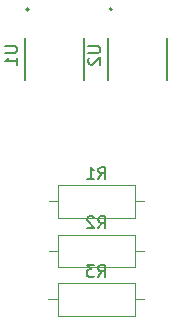
<source format=gbo>
%TF.GenerationSoftware,KiCad,Pcbnew,7.0.7*%
%TF.CreationDate,2023-11-29T15:56:53-06:00*%
%TF.ProjectId,MDCM,4d44434d-2e6b-4696-9361-645f70636258,rev?*%
%TF.SameCoordinates,Original*%
%TF.FileFunction,Legend,Bot*%
%TF.FilePolarity,Positive*%
%FSLAX46Y46*%
G04 Gerber Fmt 4.6, Leading zero omitted, Abs format (unit mm)*
G04 Created by KiCad (PCBNEW 7.0.7) date 2023-11-29 15:56:53*
%MOMM*%
%LPD*%
G01*
G04 APERTURE LIST*
%ADD10C,0.150000*%
%ADD11C,0.120000*%
%ADD12C,0.127000*%
%ADD13C,0.200000*%
G04 APERTURE END LIST*
D10*
X148006666Y-98224819D02*
X148339999Y-97748628D01*
X148578094Y-98224819D02*
X148578094Y-97224819D01*
X148578094Y-97224819D02*
X148197142Y-97224819D01*
X148197142Y-97224819D02*
X148101904Y-97272438D01*
X148101904Y-97272438D02*
X148054285Y-97320057D01*
X148054285Y-97320057D02*
X148006666Y-97415295D01*
X148006666Y-97415295D02*
X148006666Y-97558152D01*
X148006666Y-97558152D02*
X148054285Y-97653390D01*
X148054285Y-97653390D02*
X148101904Y-97701009D01*
X148101904Y-97701009D02*
X148197142Y-97748628D01*
X148197142Y-97748628D02*
X148578094Y-97748628D01*
X147673332Y-97224819D02*
X147054285Y-97224819D01*
X147054285Y-97224819D02*
X147387618Y-97605771D01*
X147387618Y-97605771D02*
X147244761Y-97605771D01*
X147244761Y-97605771D02*
X147149523Y-97653390D01*
X147149523Y-97653390D02*
X147101904Y-97701009D01*
X147101904Y-97701009D02*
X147054285Y-97796247D01*
X147054285Y-97796247D02*
X147054285Y-98034342D01*
X147054285Y-98034342D02*
X147101904Y-98129580D01*
X147101904Y-98129580D02*
X147149523Y-98177200D01*
X147149523Y-98177200D02*
X147244761Y-98224819D01*
X147244761Y-98224819D02*
X147530475Y-98224819D01*
X147530475Y-98224819D02*
X147625713Y-98177200D01*
X147625713Y-98177200D02*
X147673332Y-98129580D01*
X148026666Y-89934819D02*
X148359999Y-89458628D01*
X148598094Y-89934819D02*
X148598094Y-88934819D01*
X148598094Y-88934819D02*
X148217142Y-88934819D01*
X148217142Y-88934819D02*
X148121904Y-88982438D01*
X148121904Y-88982438D02*
X148074285Y-89030057D01*
X148074285Y-89030057D02*
X148026666Y-89125295D01*
X148026666Y-89125295D02*
X148026666Y-89268152D01*
X148026666Y-89268152D02*
X148074285Y-89363390D01*
X148074285Y-89363390D02*
X148121904Y-89411009D01*
X148121904Y-89411009D02*
X148217142Y-89458628D01*
X148217142Y-89458628D02*
X148598094Y-89458628D01*
X147074285Y-89934819D02*
X147645713Y-89934819D01*
X147359999Y-89934819D02*
X147359999Y-88934819D01*
X147359999Y-88934819D02*
X147455237Y-89077676D01*
X147455237Y-89077676D02*
X147550475Y-89172914D01*
X147550475Y-89172914D02*
X147645713Y-89220533D01*
X140119819Y-78693095D02*
X140929342Y-78693095D01*
X140929342Y-78693095D02*
X141024580Y-78740714D01*
X141024580Y-78740714D02*
X141072200Y-78788333D01*
X141072200Y-78788333D02*
X141119819Y-78883571D01*
X141119819Y-78883571D02*
X141119819Y-79074047D01*
X141119819Y-79074047D02*
X141072200Y-79169285D01*
X141072200Y-79169285D02*
X141024580Y-79216904D01*
X141024580Y-79216904D02*
X140929342Y-79264523D01*
X140929342Y-79264523D02*
X140119819Y-79264523D01*
X141119819Y-80264523D02*
X141119819Y-79693095D01*
X141119819Y-79978809D02*
X140119819Y-79978809D01*
X140119819Y-79978809D02*
X140262676Y-79883571D01*
X140262676Y-79883571D02*
X140357914Y-79788333D01*
X140357914Y-79788333D02*
X140405533Y-79693095D01*
X147169819Y-78693095D02*
X147979342Y-78693095D01*
X147979342Y-78693095D02*
X148074580Y-78740714D01*
X148074580Y-78740714D02*
X148122200Y-78788333D01*
X148122200Y-78788333D02*
X148169819Y-78883571D01*
X148169819Y-78883571D02*
X148169819Y-79074047D01*
X148169819Y-79074047D02*
X148122200Y-79169285D01*
X148122200Y-79169285D02*
X148074580Y-79216904D01*
X148074580Y-79216904D02*
X147979342Y-79264523D01*
X147979342Y-79264523D02*
X147169819Y-79264523D01*
X147265057Y-79693095D02*
X147217438Y-79740714D01*
X147217438Y-79740714D02*
X147169819Y-79835952D01*
X147169819Y-79835952D02*
X147169819Y-80074047D01*
X147169819Y-80074047D02*
X147217438Y-80169285D01*
X147217438Y-80169285D02*
X147265057Y-80216904D01*
X147265057Y-80216904D02*
X147360295Y-80264523D01*
X147360295Y-80264523D02*
X147455533Y-80264523D01*
X147455533Y-80264523D02*
X147598390Y-80216904D01*
X147598390Y-80216904D02*
X148169819Y-79645476D01*
X148169819Y-79645476D02*
X148169819Y-80264523D01*
X148016666Y-94114819D02*
X148349999Y-93638628D01*
X148588094Y-94114819D02*
X148588094Y-93114819D01*
X148588094Y-93114819D02*
X148207142Y-93114819D01*
X148207142Y-93114819D02*
X148111904Y-93162438D01*
X148111904Y-93162438D02*
X148064285Y-93210057D01*
X148064285Y-93210057D02*
X148016666Y-93305295D01*
X148016666Y-93305295D02*
X148016666Y-93448152D01*
X148016666Y-93448152D02*
X148064285Y-93543390D01*
X148064285Y-93543390D02*
X148111904Y-93591009D01*
X148111904Y-93591009D02*
X148207142Y-93638628D01*
X148207142Y-93638628D02*
X148588094Y-93638628D01*
X147635713Y-93210057D02*
X147588094Y-93162438D01*
X147588094Y-93162438D02*
X147492856Y-93114819D01*
X147492856Y-93114819D02*
X147254761Y-93114819D01*
X147254761Y-93114819D02*
X147159523Y-93162438D01*
X147159523Y-93162438D02*
X147111904Y-93210057D01*
X147111904Y-93210057D02*
X147064285Y-93305295D01*
X147064285Y-93305295D02*
X147064285Y-93400533D01*
X147064285Y-93400533D02*
X147111904Y-93543390D01*
X147111904Y-93543390D02*
X147683332Y-94114819D01*
X147683332Y-94114819D02*
X147064285Y-94114819D01*
D11*
%TO.C,R3*%
X151880000Y-100140000D02*
X151110000Y-100140000D01*
X151110000Y-101510000D02*
X144570000Y-101510000D01*
X151110000Y-98770000D02*
X151110000Y-101510000D01*
X144570000Y-101510000D02*
X144570000Y-98770000D01*
X144570000Y-98770000D02*
X151110000Y-98770000D01*
X143800000Y-100140000D02*
X144570000Y-100140000D01*
%TO.C,R1*%
X151900000Y-91850000D02*
X151130000Y-91850000D01*
X151130000Y-93220000D02*
X144590000Y-93220000D01*
X151130000Y-90480000D02*
X151130000Y-93220000D01*
X144590000Y-93220000D02*
X144590000Y-90480000D01*
X144590000Y-90480000D02*
X151130000Y-90480000D01*
X143820000Y-91850000D02*
X144590000Y-91850000D01*
D12*
%TO.C,U1*%
X141800000Y-78015000D02*
X141800000Y-81545000D01*
X146800000Y-81545000D02*
X146800000Y-78015000D01*
D13*
X142125000Y-75590000D02*
G75*
G03*
X142125000Y-75590000I-100000J0D01*
G01*
D12*
%TO.C,U2*%
X148850000Y-78015000D02*
X148850000Y-81545000D01*
X153850000Y-81545000D02*
X153850000Y-78015000D01*
D13*
X149175000Y-75590000D02*
G75*
G03*
X149175000Y-75590000I-100000J0D01*
G01*
D11*
%TO.C,R2*%
X151890000Y-96030000D02*
X151120000Y-96030000D01*
X151120000Y-97400000D02*
X144580000Y-97400000D01*
X151120000Y-94660000D02*
X151120000Y-97400000D01*
X144580000Y-97400000D02*
X144580000Y-94660000D01*
X144580000Y-94660000D02*
X151120000Y-94660000D01*
X143810000Y-96030000D02*
X144580000Y-96030000D01*
%TD*%
M02*

</source>
